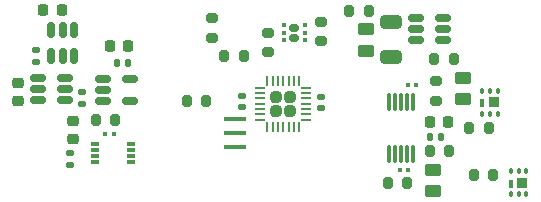
<source format=gbr>
%TF.GenerationSoftware,KiCad,Pcbnew,7.0.6*%
%TF.CreationDate,2023-09-08T17:54:17+10:00*%
%TF.ProjectId,turbidity_sensor_v2,74757262-6964-4697-9479-5f73656e736f,0.1.0*%
%TF.SameCoordinates,Original*%
%TF.FileFunction,Paste,Top*%
%TF.FilePolarity,Positive*%
%FSLAX46Y46*%
G04 Gerber Fmt 4.6, Leading zero omitted, Abs format (unit mm)*
G04 Created by KiCad (PCBNEW 7.0.6) date 2023-09-08 17:54:17*
%MOMM*%
%LPD*%
G01*
G04 APERTURE LIST*
G04 Aperture macros list*
%AMRoundRect*
0 Rectangle with rounded corners*
0 $1 Rounding radius*
0 $2 $3 $4 $5 $6 $7 $8 $9 X,Y pos of 4 corners*
0 Add a 4 corners polygon primitive as box body*
4,1,4,$2,$3,$4,$5,$6,$7,$8,$9,$2,$3,0*
0 Add four circle primitives for the rounded corners*
1,1,$1+$1,$2,$3*
1,1,$1+$1,$4,$5*
1,1,$1+$1,$6,$7*
1,1,$1+$1,$8,$9*
0 Add four rect primitives between the rounded corners*
20,1,$1+$1,$2,$3,$4,$5,0*
20,1,$1+$1,$4,$5,$6,$7,0*
20,1,$1+$1,$6,$7,$8,$9,0*
20,1,$1+$1,$8,$9,$2,$3,0*%
%AMFreePoly0*
4,1,14,0.318306,0.106694,0.381694,0.043306,0.400000,-0.000888,0.400000,-0.062500,0.381694,-0.106694,0.337500,-0.125000,-0.337500,-0.125000,-0.381694,-0.106694,-0.400000,-0.062500,-0.400000,0.062500,-0.381694,0.106694,-0.337500,0.125000,0.274112,0.125000,0.318306,0.106694,0.318306,0.106694,$1*%
%AMFreePoly1*
4,1,14,0.381694,0.106694,0.400000,0.062500,0.400000,0.000888,0.381694,-0.043306,0.318306,-0.106694,0.274112,-0.125000,-0.337500,-0.125000,-0.381694,-0.106694,-0.400000,-0.062500,-0.400000,0.062500,-0.381694,0.106694,-0.337500,0.125000,0.337500,0.125000,0.381694,0.106694,0.381694,0.106694,$1*%
%AMFreePoly2*
4,1,14,0.106694,0.381694,0.125000,0.337500,0.125000,-0.337500,0.106694,-0.381694,0.062500,-0.400000,-0.062500,-0.400000,-0.106694,-0.381694,-0.125000,-0.337500,-0.125000,0.274112,-0.106694,0.318306,-0.043306,0.381694,0.000888,0.400000,0.062500,0.400000,0.106694,0.381694,0.106694,0.381694,$1*%
%AMFreePoly3*
4,1,14,0.043306,0.381694,0.106694,0.318306,0.125000,0.274112,0.125000,-0.337500,0.106694,-0.381694,0.062500,-0.400000,-0.062500,-0.400000,-0.106694,-0.381694,-0.125000,-0.337500,-0.125000,0.337500,-0.106694,0.381694,-0.062500,0.400000,-0.000888,0.400000,0.043306,0.381694,0.043306,0.381694,$1*%
%AMFreePoly4*
4,1,14,0.381694,0.106694,0.400000,0.062500,0.400000,-0.062500,0.381694,-0.106694,0.337500,-0.125000,-0.274112,-0.125000,-0.318306,-0.106694,-0.381694,-0.043306,-0.400000,0.000888,-0.400000,0.062500,-0.381694,0.106694,-0.337500,0.125000,0.337500,0.125000,0.381694,0.106694,0.381694,0.106694,$1*%
%AMFreePoly5*
4,1,14,0.381694,0.106694,0.400000,0.062500,0.400000,-0.062500,0.381694,-0.106694,0.337500,-0.125000,-0.337500,-0.125000,-0.381694,-0.106694,-0.400000,-0.062500,-0.400000,-0.000888,-0.381694,0.043306,-0.318306,0.106694,-0.274112,0.125000,0.337500,0.125000,0.381694,0.106694,0.381694,0.106694,$1*%
%AMFreePoly6*
4,1,14,0.106694,0.381694,0.125000,0.337500,0.125000,-0.274112,0.106694,-0.318306,0.043306,-0.381694,-0.000888,-0.400000,-0.062500,-0.400000,-0.106694,-0.381694,-0.125000,-0.337500,-0.125000,0.337500,-0.106694,0.381694,-0.062500,0.400000,0.062500,0.400000,0.106694,0.381694,0.106694,0.381694,$1*%
%AMFreePoly7*
4,1,14,0.106694,0.381694,0.125000,0.337500,0.125000,-0.337500,0.106694,-0.381694,0.062500,-0.400000,0.000888,-0.400000,-0.043306,-0.381694,-0.106694,-0.318306,-0.125000,-0.274112,-0.125000,0.337500,-0.106694,0.381694,-0.062500,0.400000,0.062500,0.400000,0.106694,0.381694,0.106694,0.381694,$1*%
G04 Aperture macros list end*
%ADD10RoundRect,0.200000X0.200000X0.275000X-0.200000X0.275000X-0.200000X-0.275000X0.200000X-0.275000X0*%
%ADD11R,1.900000X0.400000*%
%ADD12RoundRect,0.079500X-0.079500X-0.100500X0.079500X-0.100500X0.079500X0.100500X-0.079500X0.100500X0*%
%ADD13RoundRect,0.225000X-0.225000X-0.250000X0.225000X-0.250000X0.225000X0.250000X-0.225000X0.250000X0*%
%ADD14RoundRect,0.160000X0.245000X0.160000X-0.245000X0.160000X-0.245000X-0.160000X0.245000X-0.160000X0*%
%ADD15RoundRect,0.093750X0.093750X0.106250X-0.093750X0.106250X-0.093750X-0.106250X0.093750X-0.106250X0*%
%ADD16RoundRect,0.079500X0.079500X0.100500X-0.079500X0.100500X-0.079500X-0.100500X0.079500X-0.100500X0*%
%ADD17RoundRect,0.200000X-0.275000X0.200000X-0.275000X-0.200000X0.275000X-0.200000X0.275000X0.200000X0*%
%ADD18RoundRect,0.200000X-0.200000X-0.275000X0.200000X-0.275000X0.200000X0.275000X-0.200000X0.275000X0*%
%ADD19RoundRect,0.225000X0.225000X0.250000X-0.225000X0.250000X-0.225000X-0.250000X0.225000X-0.250000X0*%
%ADD20R,0.800000X0.300000*%
%ADD21RoundRect,0.140000X0.140000X0.170000X-0.140000X0.170000X-0.140000X-0.170000X0.140000X-0.170000X0*%
%ADD22RoundRect,0.075000X-0.075000X0.650000X-0.075000X-0.650000X0.075000X-0.650000X0.075000X0.650000X0*%
%ADD23RoundRect,0.140000X-0.170000X0.140000X-0.170000X-0.140000X0.170000X-0.140000X0.170000X0.140000X0*%
%ADD24RoundRect,0.140000X0.170000X-0.140000X0.170000X0.140000X-0.170000X0.140000X-0.170000X-0.140000X0*%
%ADD25RoundRect,0.150000X0.512500X0.150000X-0.512500X0.150000X-0.512500X-0.150000X0.512500X-0.150000X0*%
%ADD26RoundRect,0.140000X-0.140000X-0.170000X0.140000X-0.170000X0.140000X0.170000X-0.140000X0.170000X0*%
%ADD27RoundRect,0.049880X-0.380120X0.400120X-0.380120X-0.400120X0.380120X-0.400120X0.380120X0.400120X0*%
%ADD28RoundRect,0.049880X-0.095120X0.300120X-0.095120X-0.300120X0.095120X-0.300120X0.095120X0.300120X0*%
%ADD29RoundRect,0.050100X-0.099900X0.174900X-0.099900X-0.174900X0.099900X-0.174900X0.099900X0.174900X0*%
%ADD30RoundRect,0.250000X0.450000X-0.262500X0.450000X0.262500X-0.450000X0.262500X-0.450000X-0.262500X0*%
%ADD31RoundRect,0.200000X0.275000X-0.200000X0.275000X0.200000X-0.275000X0.200000X-0.275000X-0.200000X0*%
%ADD32RoundRect,0.225000X-0.250000X0.225000X-0.250000X-0.225000X0.250000X-0.225000X0.250000X0.225000X0*%
%ADD33RoundRect,0.150000X-0.512500X-0.150000X0.512500X-0.150000X0.512500X0.150000X-0.512500X0.150000X0*%
%ADD34RoundRect,0.250000X-0.650000X0.325000X-0.650000X-0.325000X0.650000X-0.325000X0.650000X0.325000X0*%
%ADD35RoundRect,0.242500X-0.242500X-0.242500X0.242500X-0.242500X0.242500X0.242500X-0.242500X0.242500X0*%
%ADD36FreePoly0,0.000000*%
%ADD37RoundRect,0.062500X-0.337500X-0.062500X0.337500X-0.062500X0.337500X0.062500X-0.337500X0.062500X0*%
%ADD38FreePoly1,0.000000*%
%ADD39FreePoly2,0.000000*%
%ADD40RoundRect,0.062500X-0.062500X-0.337500X0.062500X-0.337500X0.062500X0.337500X-0.062500X0.337500X0*%
%ADD41FreePoly3,0.000000*%
%ADD42FreePoly4,0.000000*%
%ADD43FreePoly5,0.000000*%
%ADD44FreePoly6,0.000000*%
%ADD45FreePoly7,0.000000*%
%ADD46RoundRect,0.225000X0.250000X-0.225000X0.250000X0.225000X-0.250000X0.225000X-0.250000X-0.225000X0*%
%ADD47RoundRect,0.150000X0.150000X-0.512500X0.150000X0.512500X-0.150000X0.512500X-0.150000X-0.512500X0*%
%ADD48RoundRect,0.250000X-0.450000X0.262500X-0.450000X-0.262500X0.450000X-0.262500X0.450000X0.262500X0*%
G04 APERTURE END LIST*
D10*
%TO.C,R13*%
X109011107Y-110563839D03*
X107361107Y-110563839D03*
%TD*%
D11*
%TO.C,Y1*%
X119132190Y-110489158D03*
X119132190Y-111689158D03*
X119132190Y-112889158D03*
%TD*%
D12*
%TO.C,C33*%
X133756227Y-107624240D03*
X134446227Y-107624240D03*
%TD*%
D13*
%TO.C,C22*%
X135654180Y-110775743D03*
X137204180Y-110775743D03*
%TD*%
D10*
%TO.C,R8*%
X141015356Y-115197936D03*
X139365356Y-115197936D03*
%TD*%
D14*
%TO.C,U6*%
X124132782Y-103582709D03*
X124132782Y-102782709D03*
D15*
X125020282Y-103832709D03*
X125020282Y-103182709D03*
X125020282Y-102532709D03*
X123245282Y-102532709D03*
X123245282Y-103182709D03*
X123245282Y-103832709D03*
%TD*%
D16*
%TO.C,C31*%
X108845000Y-111741428D03*
X108155000Y-111741428D03*
%TD*%
D17*
%TO.C,R4*%
X117222799Y-101934363D03*
X117222799Y-103584363D03*
%TD*%
D18*
%TO.C,R1*%
X115043340Y-108994719D03*
X116693340Y-108994719D03*
%TD*%
D16*
%TO.C,C27*%
X133774400Y-114774286D03*
X133084400Y-114774286D03*
%TD*%
D19*
%TO.C,C23*%
X104460918Y-101232877D03*
X102910918Y-101232877D03*
%TD*%
%TO.C,C30*%
X110087775Y-104279415D03*
X108537775Y-104279415D03*
%TD*%
D20*
%TO.C,U7*%
X110361094Y-114108624D03*
X110361094Y-113608624D03*
X110361094Y-113108624D03*
X110361094Y-112608624D03*
X107261094Y-112608624D03*
X107261094Y-113108624D03*
X107261094Y-113608624D03*
X107261094Y-114108624D03*
%TD*%
D21*
%TO.C,C29*%
X110090210Y-105708435D03*
X109130210Y-105708435D03*
%TD*%
D22*
%TO.C,U9*%
X134193215Y-109024479D03*
X133693215Y-109024479D03*
X133193215Y-109024479D03*
X132693215Y-109024479D03*
X132193215Y-109024479D03*
X132193215Y-113424479D03*
X132693215Y-113424479D03*
X133193215Y-113424479D03*
X133693215Y-113424479D03*
X134193215Y-113424479D03*
%TD*%
D23*
%TO.C,C6*%
X119746465Y-108506034D03*
X119746465Y-109466034D03*
%TD*%
D24*
%TO.C,C28*%
X106144051Y-109189014D03*
X106144051Y-108229014D03*
%TD*%
D23*
%TO.C,C15*%
X105169248Y-113379920D03*
X105169248Y-114339920D03*
%TD*%
D25*
%TO.C,U11*%
X104747534Y-108875397D03*
X104747534Y-107925397D03*
X104747534Y-106975397D03*
X102472534Y-106975397D03*
X102472534Y-107925397D03*
X102472534Y-108875397D03*
%TD*%
D26*
%TO.C,C21*%
X135629483Y-111978319D03*
X136589483Y-111978319D03*
%TD*%
D27*
%TO.C,Q2*%
X141053652Y-109070255D03*
D28*
X140078652Y-109165255D03*
D29*
X141378652Y-108095255D03*
X140728652Y-108095255D03*
X140078652Y-108095255D03*
X140078652Y-110045255D03*
X140728652Y-110045255D03*
X141378652Y-110045255D03*
%TD*%
D30*
%TO.C,R17*%
X138449462Y-108825738D03*
X138449462Y-107000738D03*
%TD*%
D31*
%TO.C,R18*%
X126371024Y-103898558D03*
X126371024Y-102248558D03*
%TD*%
D18*
%TO.C,R15*%
X135983349Y-105441549D03*
X137633349Y-105441549D03*
%TD*%
D24*
%TO.C,C3*%
X126421689Y-109552343D03*
X126421689Y-108592343D03*
%TD*%
D32*
%TO.C,C25*%
X100798730Y-107432386D03*
X100798730Y-108982386D03*
%TD*%
D17*
%TO.C,R14*%
X136181014Y-107302063D03*
X136181014Y-108952063D03*
%TD*%
D33*
%TO.C,U12*%
X107932122Y-107066341D03*
X107932122Y-108016341D03*
X107932122Y-108966341D03*
X110207122Y-108966341D03*
X110207122Y-107066341D03*
%TD*%
D10*
%TO.C,R16*%
X140595196Y-111279440D03*
X138945196Y-111279440D03*
%TD*%
D34*
%TO.C,C24*%
X132349785Y-102249082D03*
X132349785Y-105199082D03*
%TD*%
D18*
%TO.C,R5*%
X128820664Y-101297898D03*
X130470664Y-101297898D03*
%TD*%
D30*
%TO.C,R10*%
X135925761Y-116587637D03*
X135925761Y-114762637D03*
%TD*%
D27*
%TO.C,Q1*%
X143463240Y-115886426D03*
D28*
X142488240Y-115981426D03*
D29*
X143788240Y-114911426D03*
X143138240Y-114911426D03*
X142488240Y-114911426D03*
X142488240Y-116861426D03*
X143138240Y-116861426D03*
X143788240Y-116861426D03*
%TD*%
D10*
%TO.C,R9*%
X133693537Y-115874549D03*
X132043537Y-115874549D03*
%TD*%
D35*
%TO.C,U3*%
X122616412Y-108587195D03*
X122616412Y-109787195D03*
X123816412Y-108587195D03*
X123816412Y-109787195D03*
D36*
X121266412Y-107837195D03*
D37*
X121266412Y-108287195D03*
X121266412Y-108737195D03*
X121266412Y-109187195D03*
X121266412Y-109637195D03*
X121266412Y-110087195D03*
D38*
X121266412Y-110537195D03*
D39*
X121866412Y-111137195D03*
D40*
X122316412Y-111137195D03*
X122766412Y-111137195D03*
X123216412Y-111137195D03*
X123666412Y-111137195D03*
X124116412Y-111137195D03*
D41*
X124566412Y-111137195D03*
D42*
X125166412Y-110537195D03*
D37*
X125166412Y-110087195D03*
X125166412Y-109637195D03*
X125166412Y-109187195D03*
X125166412Y-108737195D03*
X125166412Y-108287195D03*
D43*
X125166412Y-107837195D03*
D44*
X124566412Y-107237195D03*
D40*
X124116412Y-107237195D03*
X123666412Y-107237195D03*
X123216412Y-107237195D03*
X122766412Y-107237195D03*
X122316412Y-107237195D03*
D45*
X121866412Y-107237195D03*
%TD*%
D25*
%TO.C,U1*%
X136767189Y-103833327D03*
X136767189Y-102883327D03*
X136767189Y-101933327D03*
X134492189Y-101933327D03*
X134492189Y-102883327D03*
X134492189Y-103833327D03*
%TD*%
D46*
%TO.C,C17*%
X105403262Y-112174390D03*
X105403262Y-110624390D03*
%TD*%
D10*
%TO.C,R2*%
X119880237Y-105108097D03*
X118230237Y-105108097D03*
%TD*%
D24*
%TO.C,C26*%
X102241463Y-105632017D03*
X102241463Y-104672017D03*
%TD*%
D10*
%TO.C,R7*%
X137287443Y-113213108D03*
X135637443Y-113213108D03*
%TD*%
D47*
%TO.C,U10*%
X103588579Y-105182913D03*
X104538579Y-105182913D03*
X105488579Y-105182913D03*
X105488579Y-102907913D03*
X104538579Y-102907913D03*
X103588579Y-102907913D03*
%TD*%
D48*
%TO.C,R6*%
X130216492Y-102857588D03*
X130216492Y-104682588D03*
%TD*%
D31*
%TO.C,R19*%
X121907323Y-104828765D03*
X121907323Y-103178765D03*
%TD*%
M02*

</source>
